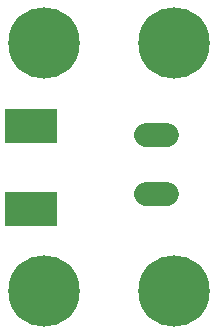
<source format=gbr>
G04 EAGLE Gerber RS-274X export*
G75*
%MOMM*%
%FSLAX34Y34*%
%LPD*%
%INSoldermask Bottom*%
%IPPOS*%
%AMOC8*
5,1,8,0,0,1.08239X$1,22.5*%
G01*
%ADD10R,4.394200X2.870200*%
%ADD11C,1.993900*%
%ADD12C,6.045200*%


D10*
X33854Y115054D03*
X33854Y184946D03*
D11*
X130747Y177400D02*
X148654Y177400D01*
X148654Y127400D02*
X130747Y127400D01*
D12*
X45000Y45000D03*
X45000Y255000D03*
X155000Y255000D03*
X155000Y45000D03*
M02*

</source>
